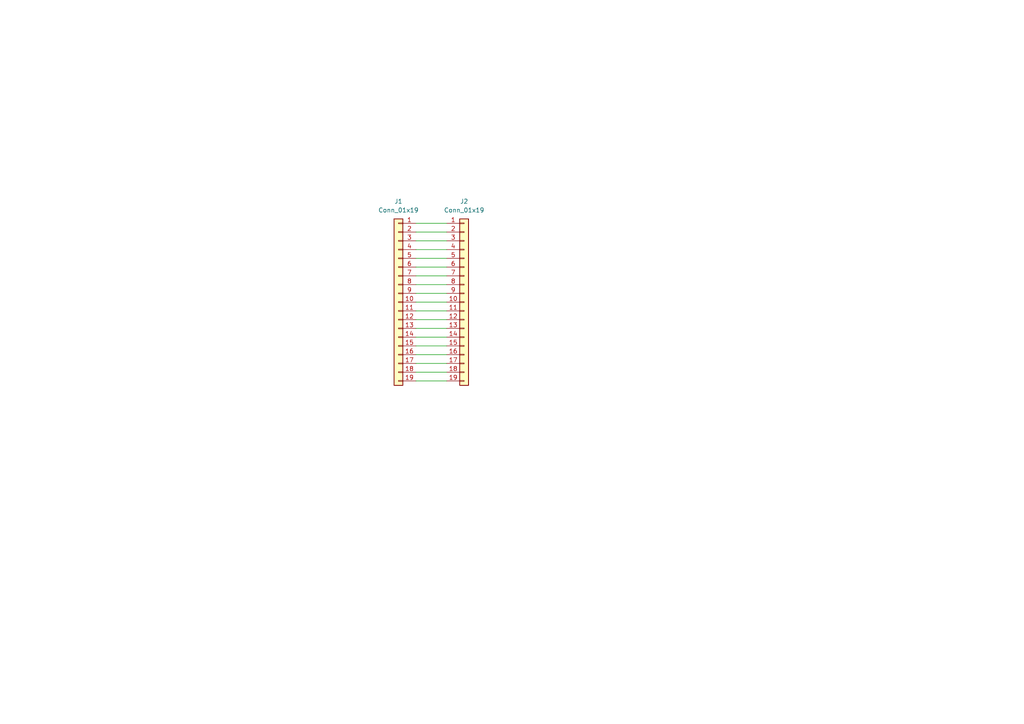
<source format=kicad_sch>
(kicad_sch (version 20211123) (generator eeschema)
  (paper "A4")
  (title_block (title "19PinHeader") (date "2022-09-10") (rev "1"))
  (lib_symbols
    (symbol "Connector_Generic:Conn_01x19" (pin_names (offset 1.016) hide)
      (property "Reference" "J" (at 0 25.4 0))
      (property "Value" "Conn_01x19" (at 0 -25.4 0))
      (symbol "Conn_01x19_1_1"
        (rectangle (start -1.27 -22.733) (end 0 -22.987) (stroke (width 0.1524)))
        (rectangle (start -1.27 -20.193) (end 0 -20.447) (stroke (width 0.1524)))
        (rectangle (start -1.27 -17.653) (end 0 -17.907) (stroke (width 0.1524)))
        (rectangle (start -1.27 -15.113) (end 0 -15.367) (stroke (width 0.1524)))
        (rectangle (start -1.27 -12.573) (end 0 -12.827) (stroke (width 0.1524)))
        (rectangle (start -1.27 -10.033) (end 0 -10.287) (stroke (width 0.1524)))
        (rectangle (start -1.27 -7.493) (end 0 -7.747) (stroke (width 0.1524)))
        (rectangle (start -1.27 -4.953) (end 0 -5.207) (stroke (width 0.1524)))
        (rectangle (start -1.27 -2.413) (end 0 -2.667) (stroke (width 0.1524)))
        (rectangle (start -1.27 0.127) (end 0 -0.127) (stroke (width 0.1524)))
        (rectangle (start -1.27 2.667) (end 0 2.413) (stroke (width 0.1524)))
        (rectangle (start -1.27 5.207) (end 0 4.953) (stroke (width 0.1524)))
        (rectangle (start -1.27 7.747) (end 0 7.493) (stroke (width 0.1524)))
        (rectangle (start -1.27 10.287) (end 0 10.033) (stroke (width 0.1524)))
        (rectangle (start -1.27 12.827) (end 0 12.573) (stroke (width 0.1524)))
        (rectangle (start -1.27 15.367) (end 0 15.113) (stroke (width 0.1524)))
        (rectangle (start -1.27 17.907) (end 0 17.653) (stroke (width 0.1524)))
        (rectangle (start -1.27 20.447) (end 0 20.193) (stroke (width 0.1524)))
        (rectangle (start -1.27 22.987) (end 0 22.733) (stroke (width 0.1524)))
        (rectangle (start -1.27 24.13) (end 1.27 -24.13) (stroke (width 0.254)) (fill (type background)))
        (pin passive line (at -5.08 22.86 0) (length 3.81) (name "Pin_1") (number "1"))
        (pin passive line (at -5.08 0 0) (length 3.81) (name "Pin_10") (number "10"))
        (pin passive line (at -5.08 -2.54 0) (length 3.81) (name "Pin_11") (number "11"))
        (pin passive line (at -5.08 -5.08 0) (length 3.81) (name "Pin_12") (number "12"))
        (pin passive line (at -5.08 -7.62 0) (length 3.81) (name "Pin_13") (number "13"))
        (pin passive line (at -5.08 -10.16 0) (length 3.81) (name "Pin_14") (number "14"))
        (pin passive line (at -5.08 -12.7 0) (length 3.81) (name "Pin_15") (number "15"))
        (pin passive line (at -5.08 -15.24 0) (length 3.81) (name "Pin_16") (number "16"))
        (pin passive line (at -5.08 -17.78 0) (length 3.81) (name "Pin_17") (number "17"))
        (pin passive line (at -5.08 -20.32 0) (length 3.81) (name "Pin_18") (number "18"))
        (pin passive line (at -5.08 -22.86 0) (length 3.81) (name "Pin_19") (number "19"))
        (pin passive line (at -5.08 20.32 0) (length 3.81) (name "Pin_2") (number "2"))
        (pin passive line (at -5.08 17.78 0) (length 3.81) (name "Pin_3") (number "3"))
        (pin passive line (at -5.08 15.24 0) (length 3.81) (name "Pin_4") (number "4"))
        (pin passive line (at -5.08 12.7 0) (length 3.81) (name "Pin_5") (number "5"))
        (pin passive line (at -5.08 10.16 0) (length 3.81) (name "Pin_6") (number "6"))
        (pin passive line (at -5.08 7.62 0) (length 3.81) (name "Pin_7") (number "7"))
        (pin passive line (at -5.08 5.08 0) (length 3.81) (name "Pin_8") (number "8"))
        (pin passive line (at -5.08 2.54 0) (length 3.81) (name "Pin_9") (number "9"))
      )
    )
  )
  (wire (pts (xy 120.65 69.85) (xy 129.54 69.85)))
  (wire (pts (xy 120.65 97.79) (xy 129.54 97.79)))
  (wire (pts (xy 120.65 85.09) (xy 129.54 85.09)))
  (wire (pts (xy 120.65 74.93) (xy 129.54 74.93)))
  (wire (pts (xy 120.65 87.63) (xy 129.54 87.63)))
  (wire (pts (xy 120.65 72.39) (xy 129.54 72.39)))
  (wire (pts (xy 120.65 67.31) (xy 129.54 67.31)))
  (wire (pts (xy 120.65 107.95) (xy 129.54 107.95)))
  (wire (pts (xy 120.65 80.01) (xy 129.54 80.01)))
  (wire (pts (xy 120.65 90.17) (xy 129.54 90.17)))
  (wire (pts (xy 120.65 110.49) (xy 129.54 110.49)))
  (wire (pts (xy 120.65 95.25) (xy 129.54 95.25)))
  (wire (pts (xy 120.65 92.71) (xy 129.54 92.71)))
  (wire (pts (xy 120.65 77.47) (xy 129.54 77.47)))
  (wire (pts (xy 120.65 82.55) (xy 129.54 82.55)))
  (wire (pts (xy 120.65 64.77) (xy 129.54 64.77)))
  (wire (pts (xy 120.65 105.41) (xy 129.54 105.41)))
  (wire (pts (xy 120.65 102.87) (xy 129.54 102.87)))
  (wire (pts (xy 120.65 100.33) (xy 129.54 100.33)))
  (symbol (lib_id "Connector_Generic:Conn_01x19") (at 134.62 87.63 0) (unit 1)
    (property "Reference" "J2" (at 134.62 58.42 0))
    (property "Value" "Conn_01x19" (at 134.62 60.96 0))
    (property "Footprint" "Connector_PinHeader_2.54mm:PinHeader_1x19_P2.54mm_Vertical" (effects hide))
  )
  (symbol (lib_id "Connector_Generic:Conn_01x19") (at 115.57 87.63 0) (mirror y) (unit 1)
    (property "Reference" "J1" (at 115.57 58.42 0))
    (property "Value" "Conn_01x19" (at 115.57 60.96 0))
    (property "Footprint" "Connector_PinSocket_2.54mm:PinSocket_1x19_P2.54mm_Vertical" (effects hide))
  )
)
</source>
